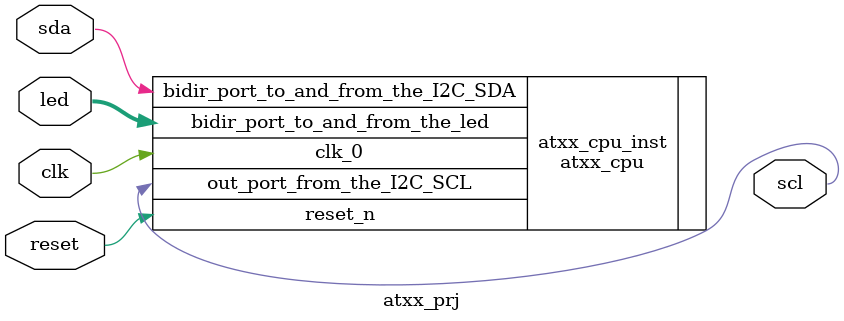
<source format=v>
module atxx_prj(
						clk,
						reset,
						sda,
						scl,
						led
                );
					 
input clk,reset;
inout[7:0] led;
inout sda;
output scl;

 //Example instantiation for system 'atxx_cpu'
  atxx_cpu atxx_cpu_inst
    (
      .bidir_port_to_and_from_the_I2C_SDA (sda),
      .bidir_port_to_and_from_the_led     (led),
      .clk_0                              (clk),
      .out_port_from_the_I2C_SCL          (scl),
      .reset_n                            (reset)
    );

endmodule

</source>
